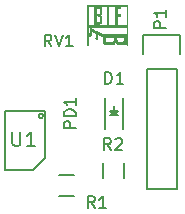
<source format=gbr>
G04 #@! TF.FileFunction,Legend,Top*
%FSLAX46Y46*%
G04 Gerber Fmt 4.6, Leading zero omitted, Abs format (unit mm)*
G04 Created by KiCad (PCBNEW 0.201511192131+6326~38~ubuntu14.04.1-stable) date Thu 11 Feb 2016 05:33:09 PM EST*
%MOMM*%
G01*
G04 APERTURE LIST*
%ADD10C,0.100000*%
%ADD11C,0.150000*%
%ADD12C,0.010000*%
G04 APERTURE END LIST*
D10*
D11*
X161278000Y-109550000D02*
X161278000Y-106850000D01*
X159778000Y-109550000D02*
X159778000Y-106850000D01*
X160678000Y-108050000D02*
X160428000Y-108050000D01*
X160428000Y-108050000D02*
X160578000Y-108200000D01*
X160178000Y-108300000D02*
X160878000Y-108300000D01*
X160528000Y-107950000D02*
X160528000Y-107600000D01*
X160528000Y-108300000D02*
X160178000Y-107950000D01*
X160178000Y-107950000D02*
X160878000Y-107950000D01*
X160878000Y-107950000D02*
X160528000Y-108300000D01*
X157130000Y-115175000D02*
X155930000Y-115175000D01*
X155930000Y-113425000D02*
X157130000Y-113425000D01*
X159653000Y-113630000D02*
X159653000Y-112430000D01*
X161403000Y-112430000D02*
X161403000Y-113630000D01*
X154557168Y-108397040D02*
G75*
G03X154557168Y-108397040I-196288J0D01*
G01*
X153720000Y-112960000D02*
X154720000Y-111960000D01*
X154720000Y-111960000D02*
X154720000Y-108020000D01*
X154720000Y-108020000D02*
X151350000Y-108020000D01*
X151350000Y-108020000D02*
X151350000Y-112960000D01*
X151350000Y-112960000D02*
X153720000Y-112960000D01*
X163322000Y-104394000D02*
X163322000Y-114554000D01*
X163322000Y-114554000D02*
X165862000Y-114554000D01*
X165862000Y-114554000D02*
X165862000Y-104394000D01*
X163042000Y-101574000D02*
X163042000Y-103124000D01*
X163322000Y-104394000D02*
X165862000Y-104394000D01*
X166142000Y-103124000D02*
X166142000Y-101574000D01*
X166142000Y-101574000D02*
X163042000Y-101574000D01*
D12*
G36*
X161687933Y-100736400D02*
X161687764Y-101052400D01*
X161687258Y-101336329D01*
X161686418Y-101587991D01*
X161685245Y-101807188D01*
X161683741Y-101993724D01*
X161681908Y-102147399D01*
X161679749Y-102268019D01*
X161677265Y-102355384D01*
X161674457Y-102409299D01*
X161671329Y-102429565D01*
X161671000Y-102429733D01*
X161666583Y-102412901D01*
X161662812Y-102362801D01*
X161659697Y-102280025D01*
X161657253Y-102165165D01*
X161655491Y-102018812D01*
X161654425Y-101841561D01*
X161654067Y-101634002D01*
X161654066Y-101633867D01*
X161654066Y-100838000D01*
X158385933Y-100838000D01*
X158385933Y-102429733D01*
X158301267Y-102429733D01*
X158301267Y-99076933D01*
X158385933Y-99076933D01*
X158385933Y-100668667D01*
X159977666Y-100668667D01*
X159977666Y-99076933D01*
X160062333Y-99076933D01*
X160062333Y-100668667D01*
X161654066Y-100668667D01*
X161654066Y-99076933D01*
X160062333Y-99076933D01*
X159977666Y-99076933D01*
X158385933Y-99076933D01*
X158301267Y-99076933D01*
X158301267Y-99043067D01*
X161687933Y-99043067D01*
X161687933Y-100736400D01*
X161687933Y-100736400D01*
G37*
X161687933Y-100736400D02*
X161687764Y-101052400D01*
X161687258Y-101336329D01*
X161686418Y-101587991D01*
X161685245Y-101807188D01*
X161683741Y-101993724D01*
X161681908Y-102147399D01*
X161679749Y-102268019D01*
X161677265Y-102355384D01*
X161674457Y-102409299D01*
X161671329Y-102429565D01*
X161671000Y-102429733D01*
X161666583Y-102412901D01*
X161662812Y-102362801D01*
X161659697Y-102280025D01*
X161657253Y-102165165D01*
X161655491Y-102018812D01*
X161654425Y-101841561D01*
X161654067Y-101634002D01*
X161654066Y-101633867D01*
X161654066Y-100838000D01*
X158385933Y-100838000D01*
X158385933Y-102429733D01*
X158301267Y-102429733D01*
X158301267Y-99076933D01*
X158385933Y-99076933D01*
X158385933Y-100668667D01*
X159977666Y-100668667D01*
X159977666Y-99076933D01*
X160062333Y-99076933D01*
X160062333Y-100668667D01*
X161654066Y-100668667D01*
X161654066Y-99076933D01*
X160062333Y-99076933D01*
X159977666Y-99076933D01*
X158385933Y-99076933D01*
X158301267Y-99076933D01*
X158301267Y-99043067D01*
X161687933Y-99043067D01*
X161687933Y-100736400D01*
G36*
X158575162Y-100986602D02*
X158618575Y-101004641D01*
X158684570Y-101034144D01*
X158769262Y-101073332D01*
X158868764Y-101120426D01*
X158979190Y-101173650D01*
X159005802Y-101186609D01*
X159124748Y-101244537D01*
X159239451Y-101300206D01*
X159344740Y-101351119D01*
X159435445Y-101394782D01*
X159506394Y-101428700D01*
X159552416Y-101450379D01*
X159554333Y-101451264D01*
X159664400Y-101501995D01*
X160633833Y-101499118D01*
X161603266Y-101496242D01*
X161603266Y-101836828D01*
X161602506Y-101969516D01*
X161599696Y-102072372D01*
X161594044Y-102149410D01*
X161584757Y-102204642D01*
X161571043Y-102242079D01*
X161552108Y-102265736D01*
X161527161Y-102279623D01*
X161515045Y-102283416D01*
X161486578Y-102286634D01*
X161430143Y-102289470D01*
X161351638Y-102291758D01*
X161256960Y-102293330D01*
X161152008Y-102294020D01*
X161139884Y-102294035D01*
X160803501Y-102294267D01*
X160746323Y-102231843D01*
X160710687Y-102189044D01*
X160685358Y-102151514D01*
X160679398Y-102138709D01*
X160668792Y-102115782D01*
X160654635Y-102113238D01*
X160632731Y-102133747D01*
X160598887Y-102179976D01*
X160586955Y-102197513D01*
X160527378Y-102285800D01*
X160375289Y-102296707D01*
X160301032Y-102300813D01*
X160210921Y-102303927D01*
X160111805Y-102306022D01*
X160010535Y-102307073D01*
X159913961Y-102307053D01*
X159828931Y-102305936D01*
X159762296Y-102303694D01*
X159720905Y-102300303D01*
X159715200Y-102299248D01*
X159682829Y-102287975D01*
X159658898Y-102268594D01*
X159642167Y-102236463D01*
X159631400Y-102186938D01*
X159625359Y-102115379D01*
X159622807Y-102017142D01*
X159622443Y-101951287D01*
X159622068Y-101684667D01*
X159791400Y-101684667D01*
X159791400Y-102124933D01*
X160025983Y-102124933D01*
X160122226Y-102124150D01*
X160216057Y-102122009D01*
X160297375Y-102118829D01*
X160356082Y-102114924D01*
X160360890Y-102114447D01*
X160418057Y-102107008D01*
X160454117Y-102094666D01*
X160481722Y-102069829D01*
X160513525Y-102024906D01*
X160515774Y-102021511D01*
X160544552Y-101974518D01*
X160560985Y-101933929D01*
X160568450Y-101886767D01*
X160570323Y-101820057D01*
X160570333Y-101811863D01*
X160570333Y-101684667D01*
X160739667Y-101684667D01*
X160739667Y-101811627D01*
X160740908Y-101879356D01*
X160747084Y-101925994D01*
X160761871Y-101964293D01*
X160788947Y-102007007D01*
X160800810Y-102023695D01*
X160861953Y-102108802D01*
X161143710Y-102104167D01*
X161425467Y-102099533D01*
X161430221Y-101892100D01*
X161434976Y-101684667D01*
X160739667Y-101684667D01*
X160570333Y-101684667D01*
X159791400Y-101684667D01*
X159622068Y-101684667D01*
X159622067Y-101684507D01*
X159394214Y-101570950D01*
X159314262Y-101532009D01*
X159245271Y-101500122D01*
X159192726Y-101477688D01*
X159162111Y-101467109D01*
X159156752Y-101467004D01*
X159149902Y-101486599D01*
X159138703Y-101532345D01*
X159124805Y-101597062D01*
X159112203Y-101661074D01*
X159097763Y-101735573D01*
X159085316Y-101796577D01*
X159076316Y-101837148D01*
X159072454Y-101850400D01*
X159055033Y-101848195D01*
X159023778Y-101835121D01*
X158993483Y-101818402D01*
X158978943Y-101805262D01*
X158978895Y-101804715D01*
X158981760Y-101782366D01*
X158988943Y-101735602D01*
X158998962Y-101673372D01*
X159010335Y-101604627D01*
X159021579Y-101538318D01*
X159031214Y-101483394D01*
X159037755Y-101448808D01*
X159038081Y-101447277D01*
X159039908Y-101429142D01*
X159033613Y-101412925D01*
X159014648Y-101395279D01*
X158978464Y-101372852D01*
X158920512Y-101342296D01*
X158842880Y-101303541D01*
X158753833Y-101260696D01*
X158690806Y-101233373D01*
X158650398Y-101220325D01*
X158629208Y-101220303D01*
X158625333Y-101223691D01*
X158617616Y-101248144D01*
X158606560Y-101298532D01*
X158593696Y-101367279D01*
X158581714Y-101439393D01*
X158569306Y-101515614D01*
X158558316Y-101577814D01*
X158549967Y-101619415D01*
X158545571Y-101633867D01*
X158527837Y-101627630D01*
X158494981Y-101613388D01*
X158479661Y-101607104D01*
X158468278Y-101601102D01*
X158460998Y-101591104D01*
X158457988Y-101572829D01*
X158459413Y-101542000D01*
X158465440Y-101494335D01*
X158476235Y-101425557D01*
X158491964Y-101331385D01*
X158510122Y-101223495D01*
X158524851Y-101138692D01*
X158538389Y-101066382D01*
X158549479Y-101012885D01*
X158556863Y-100984521D01*
X158558218Y-100981804D01*
X158575162Y-100986602D01*
X158575162Y-100986602D01*
G37*
X158575162Y-100986602D02*
X158618575Y-101004641D01*
X158684570Y-101034144D01*
X158769262Y-101073332D01*
X158868764Y-101120426D01*
X158979190Y-101173650D01*
X159005802Y-101186609D01*
X159124748Y-101244537D01*
X159239451Y-101300206D01*
X159344740Y-101351119D01*
X159435445Y-101394782D01*
X159506394Y-101428700D01*
X159552416Y-101450379D01*
X159554333Y-101451264D01*
X159664400Y-101501995D01*
X160633833Y-101499118D01*
X161603266Y-101496242D01*
X161603266Y-101836828D01*
X161602506Y-101969516D01*
X161599696Y-102072372D01*
X161594044Y-102149410D01*
X161584757Y-102204642D01*
X161571043Y-102242079D01*
X161552108Y-102265736D01*
X161527161Y-102279623D01*
X161515045Y-102283416D01*
X161486578Y-102286634D01*
X161430143Y-102289470D01*
X161351638Y-102291758D01*
X161256960Y-102293330D01*
X161152008Y-102294020D01*
X161139884Y-102294035D01*
X160803501Y-102294267D01*
X160746323Y-102231843D01*
X160710687Y-102189044D01*
X160685358Y-102151514D01*
X160679398Y-102138709D01*
X160668792Y-102115782D01*
X160654635Y-102113238D01*
X160632731Y-102133747D01*
X160598887Y-102179976D01*
X160586955Y-102197513D01*
X160527378Y-102285800D01*
X160375289Y-102296707D01*
X160301032Y-102300813D01*
X160210921Y-102303927D01*
X160111805Y-102306022D01*
X160010535Y-102307073D01*
X159913961Y-102307053D01*
X159828931Y-102305936D01*
X159762296Y-102303694D01*
X159720905Y-102300303D01*
X159715200Y-102299248D01*
X159682829Y-102287975D01*
X159658898Y-102268594D01*
X159642167Y-102236463D01*
X159631400Y-102186938D01*
X159625359Y-102115379D01*
X159622807Y-102017142D01*
X159622443Y-101951287D01*
X159622068Y-101684667D01*
X159791400Y-101684667D01*
X159791400Y-102124933D01*
X160025983Y-102124933D01*
X160122226Y-102124150D01*
X160216057Y-102122009D01*
X160297375Y-102118829D01*
X160356082Y-102114924D01*
X160360890Y-102114447D01*
X160418057Y-102107008D01*
X160454117Y-102094666D01*
X160481722Y-102069829D01*
X160513525Y-102024906D01*
X160515774Y-102021511D01*
X160544552Y-101974518D01*
X160560985Y-101933929D01*
X160568450Y-101886767D01*
X160570323Y-101820057D01*
X160570333Y-101811863D01*
X160570333Y-101684667D01*
X160739667Y-101684667D01*
X160739667Y-101811627D01*
X160740908Y-101879356D01*
X160747084Y-101925994D01*
X160761871Y-101964293D01*
X160788947Y-102007007D01*
X160800810Y-102023695D01*
X160861953Y-102108802D01*
X161143710Y-102104167D01*
X161425467Y-102099533D01*
X161430221Y-101892100D01*
X161434976Y-101684667D01*
X160739667Y-101684667D01*
X160570333Y-101684667D01*
X159791400Y-101684667D01*
X159622068Y-101684667D01*
X159622067Y-101684507D01*
X159394214Y-101570950D01*
X159314262Y-101532009D01*
X159245271Y-101500122D01*
X159192726Y-101477688D01*
X159162111Y-101467109D01*
X159156752Y-101467004D01*
X159149902Y-101486599D01*
X159138703Y-101532345D01*
X159124805Y-101597062D01*
X159112203Y-101661074D01*
X159097763Y-101735573D01*
X159085316Y-101796577D01*
X159076316Y-101837148D01*
X159072454Y-101850400D01*
X159055033Y-101848195D01*
X159023778Y-101835121D01*
X158993483Y-101818402D01*
X158978943Y-101805262D01*
X158978895Y-101804715D01*
X158981760Y-101782366D01*
X158988943Y-101735602D01*
X158998962Y-101673372D01*
X159010335Y-101604627D01*
X159021579Y-101538318D01*
X159031214Y-101483394D01*
X159037755Y-101448808D01*
X159038081Y-101447277D01*
X159039908Y-101429142D01*
X159033613Y-101412925D01*
X159014648Y-101395279D01*
X158978464Y-101372852D01*
X158920512Y-101342296D01*
X158842880Y-101303541D01*
X158753833Y-101260696D01*
X158690806Y-101233373D01*
X158650398Y-101220325D01*
X158629208Y-101220303D01*
X158625333Y-101223691D01*
X158617616Y-101248144D01*
X158606560Y-101298532D01*
X158593696Y-101367279D01*
X158581714Y-101439393D01*
X158569306Y-101515614D01*
X158558316Y-101577814D01*
X158549967Y-101619415D01*
X158545571Y-101633867D01*
X158527837Y-101627630D01*
X158494981Y-101613388D01*
X158479661Y-101607104D01*
X158468278Y-101601102D01*
X158460998Y-101591104D01*
X158457988Y-101572829D01*
X158459413Y-101542000D01*
X158465440Y-101494335D01*
X158476235Y-101425557D01*
X158491964Y-101331385D01*
X158510122Y-101223495D01*
X158524851Y-101138692D01*
X158538389Y-101066382D01*
X158549479Y-101012885D01*
X158556863Y-100984521D01*
X158558218Y-100981804D01*
X158575162Y-100986602D01*
G36*
X159251609Y-99162486D02*
X159329323Y-99165406D01*
X159382468Y-99170750D01*
X159415672Y-99178912D01*
X159428330Y-99185599D01*
X159441146Y-99197910D01*
X159450390Y-99216812D01*
X159456816Y-99247794D01*
X159461177Y-99296344D01*
X159464228Y-99367951D01*
X159466646Y-99464556D01*
X159468547Y-99562592D01*
X159468918Y-99632593D01*
X159467068Y-99680383D01*
X159462304Y-99711782D01*
X159453937Y-99732614D01*
X159441273Y-99748700D01*
X159431784Y-99758056D01*
X159392458Y-99792474D01*
X159358604Y-99817767D01*
X159335535Y-99835116D01*
X159341110Y-99848239D01*
X159358604Y-99860100D01*
X159395243Y-99887596D01*
X159430571Y-99918597D01*
X159445081Y-99933905D01*
X159455472Y-99951426D01*
X159462430Y-99976679D01*
X159466642Y-100015181D01*
X159468793Y-100072448D01*
X159469571Y-100153998D01*
X159469667Y-100232860D01*
X159468930Y-100344552D01*
X159466488Y-100426906D01*
X159461991Y-100484425D01*
X159455092Y-100521613D01*
X159445667Y-100542663D01*
X159433598Y-100555281D01*
X159415106Y-100564434D01*
X159384809Y-100570838D01*
X159337325Y-100575210D01*
X159267274Y-100578265D01*
X159169273Y-100580720D01*
X159157800Y-100580958D01*
X158893933Y-100586384D01*
X158893933Y-100465467D01*
X159029400Y-100465467D01*
X159334200Y-100465467D01*
X159334200Y-99976706D01*
X159280274Y-99938307D01*
X159210141Y-99906116D01*
X159127874Y-99892786D01*
X159029400Y-99885663D01*
X159029400Y-100465467D01*
X158893933Y-100465467D01*
X158893933Y-99280133D01*
X159029400Y-99280133D01*
X159029400Y-99788133D01*
X159118602Y-99788133D01*
X159190262Y-99781836D01*
X159248026Y-99759530D01*
X159271002Y-99745189D01*
X159334200Y-99702246D01*
X159334200Y-99280133D01*
X159029400Y-99280133D01*
X158893933Y-99280133D01*
X158893933Y-99161600D01*
X159144697Y-99161600D01*
X159251609Y-99162486D01*
X159251609Y-99162486D01*
G37*
X159251609Y-99162486D02*
X159329323Y-99165406D01*
X159382468Y-99170750D01*
X159415672Y-99178912D01*
X159428330Y-99185599D01*
X159441146Y-99197910D01*
X159450390Y-99216812D01*
X159456816Y-99247794D01*
X159461177Y-99296344D01*
X159464228Y-99367951D01*
X159466646Y-99464556D01*
X159468547Y-99562592D01*
X159468918Y-99632593D01*
X159467068Y-99680383D01*
X159462304Y-99711782D01*
X159453937Y-99732614D01*
X159441273Y-99748700D01*
X159431784Y-99758056D01*
X159392458Y-99792474D01*
X159358604Y-99817767D01*
X159335535Y-99835116D01*
X159341110Y-99848239D01*
X159358604Y-99860100D01*
X159395243Y-99887596D01*
X159430571Y-99918597D01*
X159445081Y-99933905D01*
X159455472Y-99951426D01*
X159462430Y-99976679D01*
X159466642Y-100015181D01*
X159468793Y-100072448D01*
X159469571Y-100153998D01*
X159469667Y-100232860D01*
X159468930Y-100344552D01*
X159466488Y-100426906D01*
X159461991Y-100484425D01*
X159455092Y-100521613D01*
X159445667Y-100542663D01*
X159433598Y-100555281D01*
X159415106Y-100564434D01*
X159384809Y-100570838D01*
X159337325Y-100575210D01*
X159267274Y-100578265D01*
X159169273Y-100580720D01*
X159157800Y-100580958D01*
X158893933Y-100586384D01*
X158893933Y-100465467D01*
X159029400Y-100465467D01*
X159334200Y-100465467D01*
X159334200Y-99976706D01*
X159280274Y-99938307D01*
X159210141Y-99906116D01*
X159127874Y-99892786D01*
X159029400Y-99885663D01*
X159029400Y-100465467D01*
X158893933Y-100465467D01*
X158893933Y-99280133D01*
X159029400Y-99280133D01*
X159029400Y-99788133D01*
X159118602Y-99788133D01*
X159190262Y-99781836D01*
X159248026Y-99759530D01*
X159271002Y-99745189D01*
X159334200Y-99702246D01*
X159334200Y-99280133D01*
X159029400Y-99280133D01*
X158893933Y-99280133D01*
X158893933Y-99161600D01*
X159144697Y-99161600D01*
X159251609Y-99162486D01*
G36*
X161095267Y-99280133D02*
X160773533Y-99280133D01*
X160773533Y-99805067D01*
X161078333Y-99805067D01*
X161078333Y-99923600D01*
X160773533Y-99923600D01*
X160773533Y-100584000D01*
X160638067Y-100584000D01*
X160638067Y-99161600D01*
X161095267Y-99161600D01*
X161095267Y-99280133D01*
X161095267Y-99280133D01*
G37*
X161095267Y-99280133D02*
X160773533Y-99280133D01*
X160773533Y-99805067D01*
X161078333Y-99805067D01*
X161078333Y-99923600D01*
X160773533Y-99923600D01*
X160773533Y-100584000D01*
X160638067Y-100584000D01*
X160638067Y-99161600D01*
X161095267Y-99161600D01*
X161095267Y-99280133D01*
D11*
X159815305Y-105684581D02*
X159815305Y-104684581D01*
X160053400Y-104684581D01*
X160196258Y-104732200D01*
X160291496Y-104827438D01*
X160339115Y-104922676D01*
X160386734Y-105113152D01*
X160386734Y-105256010D01*
X160339115Y-105446486D01*
X160291496Y-105541724D01*
X160196258Y-105636962D01*
X160053400Y-105684581D01*
X159815305Y-105684581D01*
X161339115Y-105684581D02*
X160767686Y-105684581D01*
X161053400Y-105684581D02*
X161053400Y-104684581D01*
X160958162Y-104827438D01*
X160862924Y-104922676D01*
X160767686Y-104970295D01*
X157297381Y-109423095D02*
X156297381Y-109423095D01*
X156297381Y-109042142D01*
X156345000Y-108946904D01*
X156392619Y-108899285D01*
X156487857Y-108851666D01*
X156630714Y-108851666D01*
X156725952Y-108899285D01*
X156773571Y-108946904D01*
X156821190Y-109042142D01*
X156821190Y-109423095D01*
X157297381Y-108423095D02*
X156297381Y-108423095D01*
X156297381Y-108185000D01*
X156345000Y-108042142D01*
X156440238Y-107946904D01*
X156535476Y-107899285D01*
X156725952Y-107851666D01*
X156868810Y-107851666D01*
X157059286Y-107899285D01*
X157154524Y-107946904D01*
X157249762Y-108042142D01*
X157297381Y-108185000D01*
X157297381Y-108423095D01*
X157297381Y-106899285D02*
X157297381Y-107470714D01*
X157297381Y-107185000D02*
X156297381Y-107185000D01*
X156440238Y-107280238D01*
X156535476Y-107375476D01*
X156583095Y-107470714D01*
X158913534Y-116200181D02*
X158580200Y-115723990D01*
X158342105Y-116200181D02*
X158342105Y-115200181D01*
X158723058Y-115200181D01*
X158818296Y-115247800D01*
X158865915Y-115295419D01*
X158913534Y-115390657D01*
X158913534Y-115533514D01*
X158865915Y-115628752D01*
X158818296Y-115676371D01*
X158723058Y-115723990D01*
X158342105Y-115723990D01*
X159865915Y-116200181D02*
X159294486Y-116200181D01*
X159580200Y-116200181D02*
X159580200Y-115200181D01*
X159484962Y-115343038D01*
X159389724Y-115438276D01*
X159294486Y-115485895D01*
X160285134Y-111297981D02*
X159951800Y-110821790D01*
X159713705Y-111297981D02*
X159713705Y-110297981D01*
X160094658Y-110297981D01*
X160189896Y-110345600D01*
X160237515Y-110393219D01*
X160285134Y-110488457D01*
X160285134Y-110631314D01*
X160237515Y-110726552D01*
X160189896Y-110774171D01*
X160094658Y-110821790D01*
X159713705Y-110821790D01*
X160666086Y-110393219D02*
X160713705Y-110345600D01*
X160808943Y-110297981D01*
X161047039Y-110297981D01*
X161142277Y-110345600D01*
X161189896Y-110393219D01*
X161237515Y-110488457D01*
X161237515Y-110583695D01*
X161189896Y-110726552D01*
X160618467Y-111297981D01*
X161237515Y-111297981D01*
X155259162Y-102509581D02*
X154925828Y-102033390D01*
X154687733Y-102509581D02*
X154687733Y-101509581D01*
X155068686Y-101509581D01*
X155163924Y-101557200D01*
X155211543Y-101604819D01*
X155259162Y-101700057D01*
X155259162Y-101842914D01*
X155211543Y-101938152D01*
X155163924Y-101985771D01*
X155068686Y-102033390D01*
X154687733Y-102033390D01*
X155544876Y-101509581D02*
X155878209Y-102509581D01*
X156211543Y-101509581D01*
X157068686Y-102509581D02*
X156497257Y-102509581D01*
X156782971Y-102509581D02*
X156782971Y-101509581D01*
X156687733Y-101652438D01*
X156592495Y-101747676D01*
X156497257Y-101795295D01*
X151947994Y-109741417D02*
X151947994Y-110712846D01*
X152005137Y-110827131D01*
X152062280Y-110884274D01*
X152176566Y-110941417D01*
X152405137Y-110941417D01*
X152519423Y-110884274D01*
X152576566Y-110827131D01*
X152633709Y-110712846D01*
X152633709Y-109741417D01*
X153833709Y-110941417D02*
X153147994Y-110941417D01*
X153490852Y-110941417D02*
X153490852Y-109741417D01*
X153376566Y-109912846D01*
X153262280Y-110027131D01*
X153147994Y-110084274D01*
X164942781Y-100941095D02*
X163942781Y-100941095D01*
X163942781Y-100560142D01*
X163990400Y-100464904D01*
X164038019Y-100417285D01*
X164133257Y-100369666D01*
X164276114Y-100369666D01*
X164371352Y-100417285D01*
X164418971Y-100464904D01*
X164466590Y-100560142D01*
X164466590Y-100941095D01*
X164942781Y-99417285D02*
X164942781Y-99988714D01*
X164942781Y-99703000D02*
X163942781Y-99703000D01*
X164085638Y-99798238D01*
X164180876Y-99893476D01*
X164228495Y-99988714D01*
M02*

</source>
